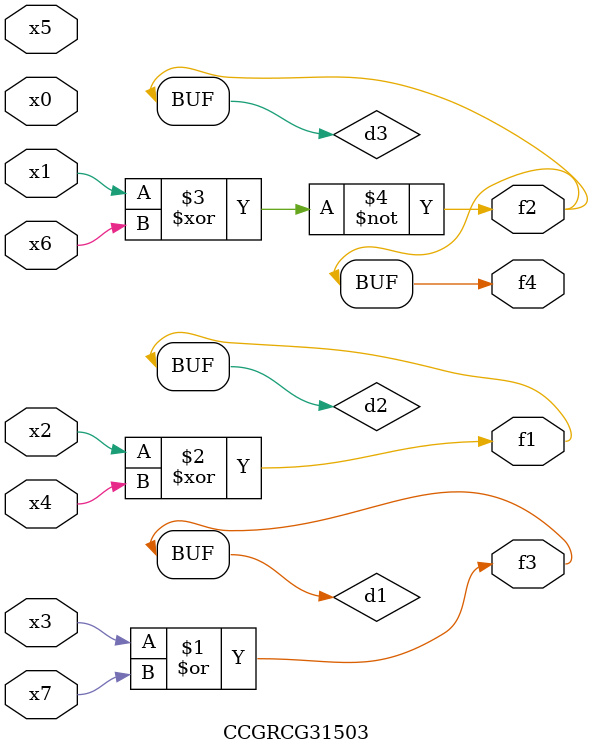
<source format=v>
module CCGRCG31503(
	input x0, x1, x2, x3, x4, x5, x6, x7,
	output f1, f2, f3, f4
);

	wire d1, d2, d3;

	or (d1, x3, x7);
	xor (d2, x2, x4);
	xnor (d3, x1, x6);
	assign f1 = d2;
	assign f2 = d3;
	assign f3 = d1;
	assign f4 = d3;
endmodule

</source>
